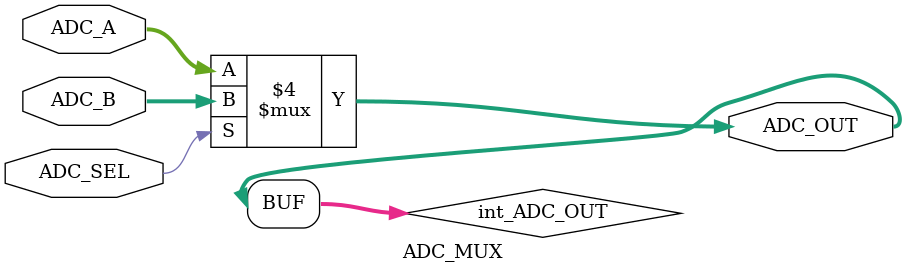
<source format=v>
module ADC_MUX
#(
	parameter ADC_WIDTH = 12
)
(
	input [ADC_WIDTH - 1:0] ADC_A,
	input [ADC_WIDTH - 1:0] ADC_B,
	input ADC_SEL,
	output [ADC_WIDTH - 1:0] ADC_OUT
);
	reg [ADC_WIDTH - 1:0] int_ADC_OUT = 12'b000;
	assign ADC_OUT = int_ADC_OUT;
	always @(ADC_SEL, ADC_A, ADC_B)
	begin
		if(ADC_SEL)
			int_ADC_OUT = ADC_B;
		else
			int_ADC_OUT = ADC_A;
	end
endmodule

</source>
